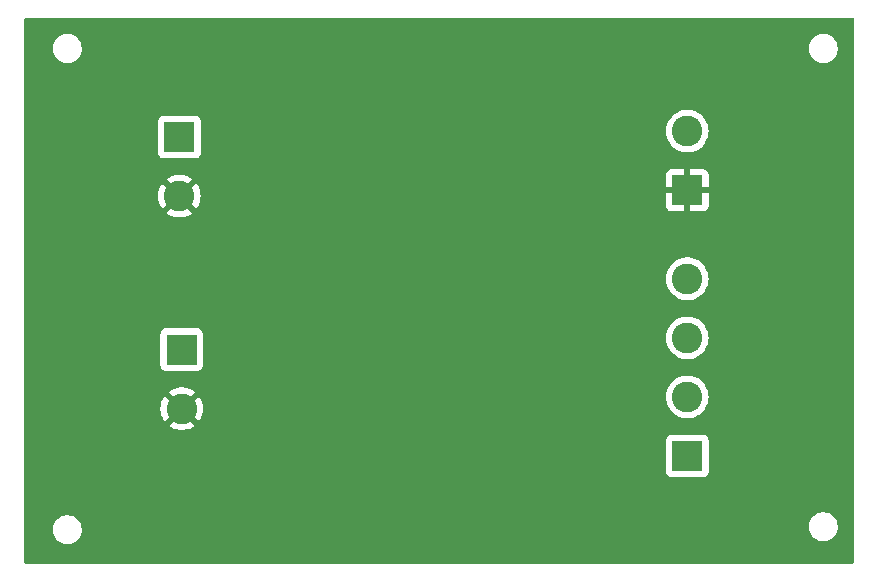
<source format=gbr>
%TF.GenerationSoftware,KiCad,Pcbnew,8.0.6*%
%TF.CreationDate,2025-11-11T21:27:36-08:00*%
%TF.ProjectId,I2S_Dac,4932535f-4461-4632-9e6b-696361645f70,rev?*%
%TF.SameCoordinates,Original*%
%TF.FileFunction,Copper,L2,Bot*%
%TF.FilePolarity,Positive*%
%FSLAX46Y46*%
G04 Gerber Fmt 4.6, Leading zero omitted, Abs format (unit mm)*
G04 Created by KiCad (PCBNEW 8.0.6) date 2025-11-11 21:27:36*
%MOMM*%
%LPD*%
G01*
G04 APERTURE LIST*
%TA.AperFunction,ComponentPad*%
%ADD10R,2.600000X2.600000*%
%TD*%
%TA.AperFunction,ComponentPad*%
%ADD11C,2.600000*%
%TD*%
%TA.AperFunction,ViaPad*%
%ADD12C,0.600000*%
%TD*%
G04 APERTURE END LIST*
D10*
%TO.P,J1,1,Pin_1*%
%TO.N,/I2SWordClock*%
X147500000Y-90500000D03*
D11*
%TO.P,J1,2,Pin_2*%
%TO.N,/I2SSerialClock*%
X147500000Y-85500000D03*
%TO.P,J1,3,Pin_3*%
%TO.N,/I2SBitClock*%
X147500000Y-80500000D03*
%TO.P,J1,4,Pin_4*%
%TO.N,/I2SDataOut*%
X147500000Y-75500000D03*
%TD*%
D10*
%TO.P,J3,1,Pin_1*%
%TO.N,/RightLineOutput*%
X104695000Y-81500000D03*
D11*
%TO.P,J3,2,Pin_2*%
%TO.N,GND*%
X104695000Y-86500000D03*
%TD*%
D10*
%TO.P,J2,1,Pin_1*%
%TO.N,/LeftLineOutput*%
X104500000Y-63500000D03*
D11*
%TO.P,J2,2,Pin_2*%
%TO.N,GND*%
X104500000Y-68500000D03*
%TD*%
D10*
%TO.P,J4,1,Pin_1*%
%TO.N,GND*%
X147500000Y-68000000D03*
D11*
%TO.P,J4,2,Pin_2*%
%TO.N,/CPVDD*%
X147500000Y-63000000D03*
%TD*%
D12*
%TO.N,GND*%
X141000000Y-74000000D03*
X132000000Y-69000000D03*
X150000000Y-68000000D03*
X116000000Y-78000000D03*
X132246133Y-74725003D03*
X132246133Y-76675002D03*
X124753870Y-75375002D03*
X121574997Y-79925003D03*
X122000000Y-85000000D03*
X121000000Y-65000000D03*
X131000000Y-65000000D03*
X104000000Y-89000000D03*
X104000000Y-71000000D03*
X134000000Y-81000000D03*
%TD*%
%TA.AperFunction,Conductor*%
%TO.N,GND*%
G36*
X161561539Y-53401185D02*
G01*
X161607294Y-53453989D01*
X161618500Y-53505500D01*
X161618500Y-99494500D01*
X161598815Y-99561539D01*
X161546011Y-99607294D01*
X161494500Y-99618500D01*
X91505500Y-99618500D01*
X91438461Y-99598815D01*
X91392706Y-99546011D01*
X91381500Y-99494500D01*
X91381500Y-96648388D01*
X93772500Y-96648388D01*
X93772500Y-96841611D01*
X93802725Y-97032441D01*
X93862429Y-97216194D01*
X93950147Y-97388349D01*
X94063715Y-97544663D01*
X94200336Y-97681284D01*
X94356650Y-97794852D01*
X94528805Y-97882570D01*
X94620681Y-97912422D01*
X94712560Y-97942275D01*
X94800943Y-97956273D01*
X94903389Y-97972500D01*
X94903394Y-97972500D01*
X95096611Y-97972500D01*
X95189123Y-97957846D01*
X95287440Y-97942275D01*
X95471197Y-97882569D01*
X95643350Y-97794852D01*
X95799663Y-97681285D01*
X95936285Y-97544663D01*
X96049852Y-97388350D01*
X96137569Y-97216197D01*
X96197275Y-97032440D01*
X96212846Y-96934123D01*
X96227500Y-96841611D01*
X96227500Y-96648388D01*
X96209916Y-96537373D01*
X96197275Y-96457560D01*
X96179674Y-96403388D01*
X157772500Y-96403388D01*
X157772500Y-96596611D01*
X157802725Y-96787441D01*
X157862429Y-96971194D01*
X157950147Y-97143349D01*
X158063715Y-97299663D01*
X158200336Y-97436284D01*
X158356650Y-97549852D01*
X158528805Y-97637570D01*
X158620681Y-97667422D01*
X158712560Y-97697275D01*
X158800943Y-97711273D01*
X158903389Y-97727500D01*
X158903394Y-97727500D01*
X159096611Y-97727500D01*
X159189123Y-97712846D01*
X159287440Y-97697275D01*
X159471197Y-97637569D01*
X159643350Y-97549852D01*
X159799663Y-97436285D01*
X159936285Y-97299663D01*
X160049852Y-97143350D01*
X160137569Y-96971197D01*
X160197275Y-96787440D01*
X160219299Y-96648388D01*
X160227500Y-96596611D01*
X160227500Y-96403388D01*
X160206975Y-96273803D01*
X160197275Y-96212560D01*
X160137569Y-96028803D01*
X160049852Y-95856650D01*
X159936285Y-95700337D01*
X159799663Y-95563715D01*
X159643349Y-95450147D01*
X159471194Y-95362429D01*
X159287441Y-95302725D01*
X159096611Y-95272500D01*
X159096606Y-95272500D01*
X158903394Y-95272500D01*
X158903389Y-95272500D01*
X158712558Y-95302725D01*
X158528805Y-95362429D01*
X158356650Y-95450147D01*
X158200336Y-95563715D01*
X158063715Y-95700336D01*
X157950147Y-95856650D01*
X157862429Y-96028805D01*
X157802725Y-96212558D01*
X157772500Y-96403388D01*
X96179674Y-96403388D01*
X96137569Y-96273803D01*
X96049852Y-96101650D01*
X95936285Y-95945337D01*
X95799663Y-95808715D01*
X95643350Y-95695148D01*
X95643351Y-95695148D01*
X95643349Y-95695147D01*
X95471194Y-95607429D01*
X95287441Y-95547725D01*
X95096611Y-95517500D01*
X95096606Y-95517500D01*
X94903394Y-95517500D01*
X94903389Y-95517500D01*
X94712558Y-95547725D01*
X94528805Y-95607429D01*
X94356650Y-95695147D01*
X94200336Y-95808715D01*
X94063715Y-95945336D01*
X93950147Y-96101650D01*
X93862429Y-96273805D01*
X93802725Y-96457558D01*
X93772500Y-96648388D01*
X91381500Y-96648388D01*
X91381500Y-89152135D01*
X145699500Y-89152135D01*
X145699500Y-91847870D01*
X145699501Y-91847876D01*
X145705908Y-91907483D01*
X145756202Y-92042328D01*
X145756206Y-92042335D01*
X145842452Y-92157544D01*
X145842455Y-92157547D01*
X145957664Y-92243793D01*
X145957671Y-92243797D01*
X146092517Y-92294091D01*
X146092516Y-92294091D01*
X146099444Y-92294835D01*
X146152127Y-92300500D01*
X148847872Y-92300499D01*
X148907483Y-92294091D01*
X149042331Y-92243796D01*
X149157546Y-92157546D01*
X149243796Y-92042331D01*
X149294091Y-91907483D01*
X149300500Y-91847873D01*
X149300499Y-89152128D01*
X149294091Y-89092517D01*
X149243796Y-88957669D01*
X149243795Y-88957668D01*
X149243793Y-88957664D01*
X149157547Y-88842455D01*
X149157544Y-88842452D01*
X149042335Y-88756206D01*
X149042328Y-88756202D01*
X148907482Y-88705908D01*
X148907483Y-88705908D01*
X148847883Y-88699501D01*
X148847881Y-88699500D01*
X148847873Y-88699500D01*
X148847864Y-88699500D01*
X146152129Y-88699500D01*
X146152123Y-88699501D01*
X146092516Y-88705908D01*
X145957671Y-88756202D01*
X145957664Y-88756206D01*
X145842455Y-88842452D01*
X145842452Y-88842455D01*
X145756206Y-88957664D01*
X145756202Y-88957671D01*
X145705908Y-89092517D01*
X145699501Y-89152116D01*
X145699501Y-89152123D01*
X145699500Y-89152135D01*
X91381500Y-89152135D01*
X91381500Y-86499995D01*
X102889953Y-86499995D01*
X102889953Y-86500004D01*
X102910113Y-86769026D01*
X102910113Y-86769028D01*
X102970142Y-87032033D01*
X102970148Y-87032052D01*
X103068709Y-87283181D01*
X103068708Y-87283181D01*
X103203602Y-87516822D01*
X103257294Y-87584151D01*
X104093957Y-86747487D01*
X104118978Y-86807890D01*
X104190112Y-86914351D01*
X104280649Y-87004888D01*
X104387110Y-87076022D01*
X104447510Y-87101041D01*
X103609848Y-87938702D01*
X103792483Y-88063220D01*
X103792485Y-88063221D01*
X104035539Y-88180269D01*
X104035537Y-88180269D01*
X104293337Y-88259790D01*
X104293343Y-88259792D01*
X104560101Y-88299999D01*
X104560110Y-88300000D01*
X104829890Y-88300000D01*
X104829898Y-88299999D01*
X105096656Y-88259792D01*
X105096662Y-88259790D01*
X105354461Y-88180269D01*
X105597521Y-88063218D01*
X105780150Y-87938702D01*
X104942488Y-87101041D01*
X105002890Y-87076022D01*
X105109351Y-87004888D01*
X105199888Y-86914351D01*
X105271022Y-86807890D01*
X105296041Y-86747489D01*
X106132703Y-87584151D01*
X106132704Y-87584150D01*
X106186393Y-87516828D01*
X106186400Y-87516817D01*
X106321290Y-87283181D01*
X106419851Y-87032052D01*
X106419857Y-87032033D01*
X106479886Y-86769028D01*
X106479886Y-86769026D01*
X106500047Y-86500004D01*
X106500047Y-86499995D01*
X106479886Y-86230973D01*
X106479886Y-86230971D01*
X106419857Y-85967966D01*
X106419851Y-85967947D01*
X106321290Y-85716818D01*
X106321291Y-85716818D01*
X106196107Y-85499995D01*
X145694451Y-85499995D01*
X145694451Y-85500004D01*
X145714616Y-85769101D01*
X145760006Y-85967966D01*
X145774666Y-86032195D01*
X145873257Y-86283398D01*
X146008185Y-86517102D01*
X146144080Y-86687509D01*
X146176442Y-86728089D01*
X146262448Y-86807890D01*
X146374259Y-86911635D01*
X146597226Y-87063651D01*
X146840359Y-87180738D01*
X147098228Y-87260280D01*
X147098229Y-87260280D01*
X147098232Y-87260281D01*
X147365063Y-87300499D01*
X147365068Y-87300499D01*
X147365071Y-87300500D01*
X147365072Y-87300500D01*
X147634928Y-87300500D01*
X147634929Y-87300500D01*
X147634936Y-87300499D01*
X147901767Y-87260281D01*
X147901768Y-87260280D01*
X147901772Y-87260280D01*
X148159641Y-87180738D01*
X148402775Y-87063651D01*
X148625741Y-86911635D01*
X148823561Y-86728085D01*
X148991815Y-86517102D01*
X149126743Y-86283398D01*
X149225334Y-86032195D01*
X149285383Y-85769103D01*
X149305549Y-85500000D01*
X149304288Y-85483177D01*
X149285383Y-85230898D01*
X149285383Y-85230897D01*
X149225334Y-84967805D01*
X149126743Y-84716602D01*
X148991815Y-84482898D01*
X148823561Y-84271915D01*
X148823560Y-84271914D01*
X148823557Y-84271910D01*
X148625741Y-84088365D01*
X148402775Y-83936349D01*
X148402769Y-83936346D01*
X148402768Y-83936345D01*
X148402767Y-83936344D01*
X148159643Y-83819263D01*
X148159645Y-83819263D01*
X147901773Y-83739720D01*
X147901767Y-83739718D01*
X147634936Y-83699500D01*
X147634929Y-83699500D01*
X147365071Y-83699500D01*
X147365063Y-83699500D01*
X147098232Y-83739718D01*
X147098226Y-83739720D01*
X146840358Y-83819262D01*
X146597230Y-83936346D01*
X146374258Y-84088365D01*
X146176442Y-84271910D01*
X146008185Y-84482898D01*
X145873258Y-84716599D01*
X145873256Y-84716603D01*
X145774666Y-84967804D01*
X145774664Y-84967811D01*
X145714616Y-85230898D01*
X145694451Y-85499995D01*
X106196107Y-85499995D01*
X106186397Y-85483177D01*
X106132704Y-85415847D01*
X105296041Y-86252510D01*
X105271022Y-86192110D01*
X105199888Y-86085649D01*
X105109351Y-85995112D01*
X105002890Y-85923978D01*
X104942488Y-85898958D01*
X105780150Y-85061296D01*
X105597517Y-84936779D01*
X105597516Y-84936778D01*
X105354460Y-84819730D01*
X105354462Y-84819730D01*
X105096662Y-84740209D01*
X105096656Y-84740207D01*
X104829898Y-84700000D01*
X104560101Y-84700000D01*
X104293343Y-84740207D01*
X104293337Y-84740209D01*
X104035538Y-84819730D01*
X103792485Y-84936778D01*
X103792476Y-84936783D01*
X103609848Y-85061296D01*
X104447511Y-85898958D01*
X104387110Y-85923978D01*
X104280649Y-85995112D01*
X104190112Y-86085649D01*
X104118978Y-86192110D01*
X104093958Y-86252511D01*
X103257295Y-85415848D01*
X103203600Y-85483180D01*
X103068709Y-85716818D01*
X102970148Y-85967947D01*
X102970142Y-85967966D01*
X102910113Y-86230971D01*
X102910113Y-86230973D01*
X102889953Y-86499995D01*
X91381500Y-86499995D01*
X91381500Y-80152135D01*
X102894500Y-80152135D01*
X102894500Y-82847870D01*
X102894501Y-82847876D01*
X102900908Y-82907483D01*
X102951202Y-83042328D01*
X102951206Y-83042335D01*
X103037452Y-83157544D01*
X103037455Y-83157547D01*
X103152664Y-83243793D01*
X103152671Y-83243797D01*
X103287517Y-83294091D01*
X103287516Y-83294091D01*
X103294444Y-83294835D01*
X103347127Y-83300500D01*
X106042872Y-83300499D01*
X106102483Y-83294091D01*
X106237331Y-83243796D01*
X106352546Y-83157546D01*
X106438796Y-83042331D01*
X106489091Y-82907483D01*
X106495500Y-82847873D01*
X106495499Y-80499995D01*
X145694451Y-80499995D01*
X145694451Y-80500004D01*
X145714616Y-80769101D01*
X145774664Y-81032188D01*
X145774666Y-81032195D01*
X145873257Y-81283398D01*
X146008185Y-81517102D01*
X146144080Y-81687509D01*
X146176442Y-81728089D01*
X146363183Y-81901358D01*
X146374259Y-81911635D01*
X146597226Y-82063651D01*
X146840359Y-82180738D01*
X147098228Y-82260280D01*
X147098229Y-82260280D01*
X147098232Y-82260281D01*
X147365063Y-82300499D01*
X147365068Y-82300499D01*
X147365071Y-82300500D01*
X147365072Y-82300500D01*
X147634928Y-82300500D01*
X147634929Y-82300500D01*
X147634936Y-82300499D01*
X147901767Y-82260281D01*
X147901768Y-82260280D01*
X147901772Y-82260280D01*
X148159641Y-82180738D01*
X148402775Y-82063651D01*
X148625741Y-81911635D01*
X148823561Y-81728085D01*
X148991815Y-81517102D01*
X149126743Y-81283398D01*
X149225334Y-81032195D01*
X149285383Y-80769103D01*
X149305549Y-80500000D01*
X149285383Y-80230897D01*
X149225334Y-79967805D01*
X149126743Y-79716602D01*
X148991815Y-79482898D01*
X148823561Y-79271915D01*
X148823560Y-79271914D01*
X148823557Y-79271910D01*
X148625741Y-79088365D01*
X148402775Y-78936349D01*
X148402769Y-78936346D01*
X148402768Y-78936345D01*
X148402767Y-78936344D01*
X148159643Y-78819263D01*
X148159645Y-78819263D01*
X147901773Y-78739720D01*
X147901767Y-78739718D01*
X147634936Y-78699500D01*
X147634929Y-78699500D01*
X147365071Y-78699500D01*
X147365063Y-78699500D01*
X147098232Y-78739718D01*
X147098226Y-78739720D01*
X146840358Y-78819262D01*
X146597230Y-78936346D01*
X146374258Y-79088365D01*
X146176442Y-79271910D01*
X146008185Y-79482898D01*
X145873258Y-79716599D01*
X145873256Y-79716603D01*
X145774666Y-79967804D01*
X145774664Y-79967811D01*
X145714616Y-80230898D01*
X145694451Y-80499995D01*
X106495499Y-80499995D01*
X106495499Y-80152128D01*
X106489091Y-80092517D01*
X106442576Y-79967805D01*
X106438797Y-79957671D01*
X106438793Y-79957664D01*
X106352547Y-79842455D01*
X106352544Y-79842452D01*
X106237335Y-79756206D01*
X106237328Y-79756202D01*
X106102482Y-79705908D01*
X106102483Y-79705908D01*
X106042883Y-79699501D01*
X106042881Y-79699500D01*
X106042873Y-79699500D01*
X106042864Y-79699500D01*
X103347129Y-79699500D01*
X103347123Y-79699501D01*
X103287516Y-79705908D01*
X103152671Y-79756202D01*
X103152664Y-79756206D01*
X103037455Y-79842452D01*
X103037452Y-79842455D01*
X102951206Y-79957664D01*
X102951202Y-79957671D01*
X102900908Y-80092517D01*
X102894501Y-80152116D01*
X102894501Y-80152123D01*
X102894500Y-80152135D01*
X91381500Y-80152135D01*
X91381500Y-75499995D01*
X145694451Y-75499995D01*
X145694451Y-75500004D01*
X145714616Y-75769101D01*
X145774664Y-76032188D01*
X145774666Y-76032195D01*
X145873257Y-76283398D01*
X146008185Y-76517102D01*
X146144080Y-76687509D01*
X146176442Y-76728089D01*
X146363183Y-76901358D01*
X146374259Y-76911635D01*
X146597226Y-77063651D01*
X146840359Y-77180738D01*
X147098228Y-77260280D01*
X147098229Y-77260280D01*
X147098232Y-77260281D01*
X147365063Y-77300499D01*
X147365068Y-77300499D01*
X147365071Y-77300500D01*
X147365072Y-77300500D01*
X147634928Y-77300500D01*
X147634929Y-77300500D01*
X147634936Y-77300499D01*
X147901767Y-77260281D01*
X147901768Y-77260280D01*
X147901772Y-77260280D01*
X148159641Y-77180738D01*
X148402775Y-77063651D01*
X148625741Y-76911635D01*
X148823561Y-76728085D01*
X148991815Y-76517102D01*
X149126743Y-76283398D01*
X149225334Y-76032195D01*
X149285383Y-75769103D01*
X149305549Y-75500000D01*
X149285383Y-75230897D01*
X149225334Y-74967805D01*
X149126743Y-74716602D01*
X148991815Y-74482898D01*
X148823561Y-74271915D01*
X148823560Y-74271914D01*
X148823557Y-74271910D01*
X148625741Y-74088365D01*
X148402775Y-73936349D01*
X148402769Y-73936346D01*
X148402768Y-73936345D01*
X148402767Y-73936344D01*
X148159643Y-73819263D01*
X148159645Y-73819263D01*
X147901773Y-73739720D01*
X147901767Y-73739718D01*
X147634936Y-73699500D01*
X147634929Y-73699500D01*
X147365071Y-73699500D01*
X147365063Y-73699500D01*
X147098232Y-73739718D01*
X147098226Y-73739720D01*
X146840358Y-73819262D01*
X146597230Y-73936346D01*
X146374258Y-74088365D01*
X146176442Y-74271910D01*
X146008185Y-74482898D01*
X145873258Y-74716599D01*
X145873256Y-74716603D01*
X145774666Y-74967804D01*
X145774664Y-74967811D01*
X145714616Y-75230898D01*
X145694451Y-75499995D01*
X91381500Y-75499995D01*
X91381500Y-68499995D01*
X102694953Y-68499995D01*
X102694953Y-68500004D01*
X102715113Y-68769026D01*
X102715113Y-68769028D01*
X102775142Y-69032033D01*
X102775148Y-69032052D01*
X102873709Y-69283181D01*
X102873708Y-69283181D01*
X103008602Y-69516822D01*
X103062294Y-69584151D01*
X103898957Y-68747487D01*
X103923978Y-68807890D01*
X103995112Y-68914351D01*
X104085649Y-69004888D01*
X104192110Y-69076022D01*
X104252510Y-69101041D01*
X103414848Y-69938702D01*
X103597483Y-70063220D01*
X103597485Y-70063221D01*
X103840539Y-70180269D01*
X103840537Y-70180269D01*
X104098337Y-70259790D01*
X104098343Y-70259792D01*
X104365101Y-70299999D01*
X104365110Y-70300000D01*
X104634890Y-70300000D01*
X104634898Y-70299999D01*
X104901656Y-70259792D01*
X104901662Y-70259790D01*
X105159461Y-70180269D01*
X105402521Y-70063218D01*
X105585150Y-69938702D01*
X104747488Y-69101041D01*
X104807890Y-69076022D01*
X104914351Y-69004888D01*
X105004888Y-68914351D01*
X105076022Y-68807890D01*
X105101041Y-68747488D01*
X105937703Y-69584151D01*
X105937704Y-69584150D01*
X105991393Y-69516828D01*
X105991400Y-69516817D01*
X106126290Y-69283181D01*
X106224851Y-69032052D01*
X106224857Y-69032033D01*
X106284886Y-68769028D01*
X106284886Y-68769026D01*
X106305047Y-68500004D01*
X106305047Y-68499995D01*
X106284886Y-68230973D01*
X106284886Y-68230971D01*
X106224857Y-67967966D01*
X106224851Y-67967947D01*
X106126290Y-67716818D01*
X106126291Y-67716818D01*
X105991397Y-67483177D01*
X105937704Y-67415847D01*
X105101041Y-68252510D01*
X105076022Y-68192110D01*
X105004888Y-68085649D01*
X104914351Y-67995112D01*
X104807890Y-67923978D01*
X104747488Y-67898958D01*
X105585150Y-67061296D01*
X105402517Y-66936779D01*
X105402516Y-66936778D01*
X105159460Y-66819730D01*
X105159462Y-66819730D01*
X104901662Y-66740209D01*
X104901656Y-66740207D01*
X104634898Y-66700000D01*
X104365101Y-66700000D01*
X104098343Y-66740207D01*
X104098337Y-66740209D01*
X103840538Y-66819730D01*
X103597485Y-66936778D01*
X103597476Y-66936783D01*
X103414848Y-67061296D01*
X104252511Y-67898958D01*
X104192110Y-67923978D01*
X104085649Y-67995112D01*
X103995112Y-68085649D01*
X103923978Y-68192110D01*
X103898958Y-68252511D01*
X103062295Y-67415848D01*
X103008600Y-67483180D01*
X102873709Y-67716818D01*
X102775148Y-67967947D01*
X102775142Y-67967966D01*
X102715113Y-68230971D01*
X102715113Y-68230973D01*
X102694953Y-68499995D01*
X91381500Y-68499995D01*
X91381500Y-66652155D01*
X145700000Y-66652155D01*
X145700000Y-67750000D01*
X146899999Y-67750000D01*
X146874979Y-67810402D01*
X146850000Y-67935981D01*
X146850000Y-68064019D01*
X146874979Y-68189598D01*
X146899999Y-68250000D01*
X145700000Y-68250000D01*
X145700000Y-69347844D01*
X145706401Y-69407372D01*
X145706403Y-69407379D01*
X145756645Y-69542086D01*
X145756649Y-69542093D01*
X145842809Y-69657187D01*
X145842812Y-69657190D01*
X145957906Y-69743350D01*
X145957913Y-69743354D01*
X146092620Y-69793596D01*
X146092627Y-69793598D01*
X146152155Y-69799999D01*
X146152172Y-69800000D01*
X147250000Y-69800000D01*
X147250000Y-68600001D01*
X147310402Y-68625021D01*
X147435981Y-68650000D01*
X147564019Y-68650000D01*
X147689598Y-68625021D01*
X147750000Y-68600001D01*
X147750000Y-69800000D01*
X148847828Y-69800000D01*
X148847844Y-69799999D01*
X148907372Y-69793598D01*
X148907379Y-69793596D01*
X149042086Y-69743354D01*
X149042093Y-69743350D01*
X149157187Y-69657190D01*
X149157190Y-69657187D01*
X149243350Y-69542093D01*
X149243354Y-69542086D01*
X149293596Y-69407379D01*
X149293598Y-69407372D01*
X149299999Y-69347844D01*
X149300000Y-69347827D01*
X149300000Y-68250000D01*
X148100001Y-68250000D01*
X148125021Y-68189598D01*
X148150000Y-68064019D01*
X148150000Y-67935981D01*
X148125021Y-67810402D01*
X148100001Y-67750000D01*
X149300000Y-67750000D01*
X149300000Y-66652172D01*
X149299999Y-66652155D01*
X149293598Y-66592627D01*
X149293596Y-66592620D01*
X149243354Y-66457913D01*
X149243350Y-66457906D01*
X149157190Y-66342812D01*
X149157187Y-66342809D01*
X149042093Y-66256649D01*
X149042086Y-66256645D01*
X148907379Y-66206403D01*
X148907372Y-66206401D01*
X148847844Y-66200000D01*
X147750000Y-66200000D01*
X147750000Y-67399998D01*
X147689598Y-67374979D01*
X147564019Y-67350000D01*
X147435981Y-67350000D01*
X147310402Y-67374979D01*
X147250000Y-67399998D01*
X147250000Y-66200000D01*
X146152155Y-66200000D01*
X146092627Y-66206401D01*
X146092620Y-66206403D01*
X145957913Y-66256645D01*
X145957906Y-66256649D01*
X145842812Y-66342809D01*
X145842809Y-66342812D01*
X145756649Y-66457906D01*
X145756645Y-66457913D01*
X145706403Y-66592620D01*
X145706401Y-66592627D01*
X145700000Y-66652155D01*
X91381500Y-66652155D01*
X91381500Y-62152135D01*
X102699500Y-62152135D01*
X102699500Y-64847870D01*
X102699501Y-64847876D01*
X102705908Y-64907483D01*
X102756202Y-65042328D01*
X102756206Y-65042335D01*
X102842452Y-65157544D01*
X102842455Y-65157547D01*
X102957664Y-65243793D01*
X102957671Y-65243797D01*
X103092517Y-65294091D01*
X103092516Y-65294091D01*
X103099444Y-65294835D01*
X103152127Y-65300500D01*
X105847872Y-65300499D01*
X105907483Y-65294091D01*
X106042331Y-65243796D01*
X106157546Y-65157546D01*
X106243796Y-65042331D01*
X106294091Y-64907483D01*
X106300500Y-64847873D01*
X106300499Y-62999995D01*
X145694451Y-62999995D01*
X145694451Y-63000004D01*
X145714616Y-63269101D01*
X145774664Y-63532188D01*
X145774666Y-63532195D01*
X145873257Y-63783398D01*
X146008185Y-64017102D01*
X146144080Y-64187509D01*
X146176442Y-64228089D01*
X146363183Y-64401358D01*
X146374259Y-64411635D01*
X146597226Y-64563651D01*
X146840359Y-64680738D01*
X147098228Y-64760280D01*
X147098229Y-64760280D01*
X147098232Y-64760281D01*
X147365063Y-64800499D01*
X147365068Y-64800499D01*
X147365071Y-64800500D01*
X147365072Y-64800500D01*
X147634928Y-64800500D01*
X147634929Y-64800500D01*
X147634936Y-64800499D01*
X147901767Y-64760281D01*
X147901768Y-64760280D01*
X147901772Y-64760280D01*
X148159641Y-64680738D01*
X148402775Y-64563651D01*
X148625741Y-64411635D01*
X148823561Y-64228085D01*
X148991815Y-64017102D01*
X149126743Y-63783398D01*
X149225334Y-63532195D01*
X149285383Y-63269103D01*
X149305549Y-63000000D01*
X149285383Y-62730897D01*
X149225334Y-62467805D01*
X149126743Y-62216602D01*
X148991815Y-61982898D01*
X148823561Y-61771915D01*
X148823560Y-61771914D01*
X148823557Y-61771910D01*
X148625741Y-61588365D01*
X148402775Y-61436349D01*
X148402769Y-61436346D01*
X148402768Y-61436345D01*
X148402767Y-61436344D01*
X148159643Y-61319263D01*
X148159645Y-61319263D01*
X147901773Y-61239720D01*
X147901767Y-61239718D01*
X147634936Y-61199500D01*
X147634929Y-61199500D01*
X147365071Y-61199500D01*
X147365063Y-61199500D01*
X147098232Y-61239718D01*
X147098226Y-61239720D01*
X146840358Y-61319262D01*
X146597230Y-61436346D01*
X146374258Y-61588365D01*
X146176442Y-61771910D01*
X146008185Y-61982898D01*
X145873258Y-62216599D01*
X145873256Y-62216603D01*
X145774666Y-62467804D01*
X145774664Y-62467811D01*
X145714616Y-62730898D01*
X145694451Y-62999995D01*
X106300499Y-62999995D01*
X106300499Y-62152128D01*
X106294091Y-62092517D01*
X106243796Y-61957669D01*
X106243795Y-61957668D01*
X106243793Y-61957664D01*
X106157547Y-61842455D01*
X106157544Y-61842452D01*
X106042335Y-61756206D01*
X106042328Y-61756202D01*
X105907482Y-61705908D01*
X105907483Y-61705908D01*
X105847883Y-61699501D01*
X105847881Y-61699500D01*
X105847873Y-61699500D01*
X105847864Y-61699500D01*
X103152129Y-61699500D01*
X103152123Y-61699501D01*
X103092516Y-61705908D01*
X102957671Y-61756202D01*
X102957664Y-61756206D01*
X102842455Y-61842452D01*
X102842452Y-61842455D01*
X102756206Y-61957664D01*
X102756202Y-61957671D01*
X102705908Y-62092517D01*
X102699501Y-62152116D01*
X102699501Y-62152123D01*
X102699500Y-62152135D01*
X91381500Y-62152135D01*
X91381500Y-55903388D01*
X93772500Y-55903388D01*
X93772500Y-56096611D01*
X93802725Y-56287441D01*
X93862429Y-56471194D01*
X93950147Y-56643349D01*
X94063715Y-56799663D01*
X94200336Y-56936284D01*
X94356650Y-57049852D01*
X94528805Y-57137570D01*
X94620681Y-57167422D01*
X94712560Y-57197275D01*
X94800943Y-57211273D01*
X94903389Y-57227500D01*
X94903394Y-57227500D01*
X95096611Y-57227500D01*
X95189123Y-57212846D01*
X95287440Y-57197275D01*
X95471197Y-57137569D01*
X95643350Y-57049852D01*
X95799663Y-56936285D01*
X95936285Y-56799663D01*
X96049852Y-56643350D01*
X96137569Y-56471197D01*
X96197275Y-56287440D01*
X96212846Y-56189123D01*
X96227500Y-56096611D01*
X96227500Y-55903388D01*
X157772500Y-55903388D01*
X157772500Y-56096611D01*
X157802725Y-56287441D01*
X157862429Y-56471194D01*
X157950147Y-56643349D01*
X158063715Y-56799663D01*
X158200336Y-56936284D01*
X158356650Y-57049852D01*
X158528805Y-57137570D01*
X158620681Y-57167422D01*
X158712560Y-57197275D01*
X158800943Y-57211273D01*
X158903389Y-57227500D01*
X158903394Y-57227500D01*
X159096611Y-57227500D01*
X159189123Y-57212846D01*
X159287440Y-57197275D01*
X159471197Y-57137569D01*
X159643350Y-57049852D01*
X159799663Y-56936285D01*
X159936285Y-56799663D01*
X160049852Y-56643350D01*
X160137569Y-56471197D01*
X160197275Y-56287440D01*
X160212846Y-56189123D01*
X160227500Y-56096611D01*
X160227500Y-55903388D01*
X160209916Y-55792373D01*
X160197275Y-55712560D01*
X160137569Y-55528803D01*
X160049852Y-55356650D01*
X159936285Y-55200337D01*
X159799663Y-55063715D01*
X159643350Y-54950148D01*
X159643351Y-54950148D01*
X159643349Y-54950147D01*
X159471194Y-54862429D01*
X159287441Y-54802725D01*
X159096611Y-54772500D01*
X159096606Y-54772500D01*
X158903394Y-54772500D01*
X158903389Y-54772500D01*
X158712558Y-54802725D01*
X158528805Y-54862429D01*
X158356650Y-54950147D01*
X158200336Y-55063715D01*
X158063715Y-55200336D01*
X157950147Y-55356650D01*
X157862429Y-55528805D01*
X157802725Y-55712558D01*
X157772500Y-55903388D01*
X96227500Y-55903388D01*
X96209916Y-55792373D01*
X96197275Y-55712560D01*
X96137569Y-55528803D01*
X96049852Y-55356650D01*
X95936285Y-55200337D01*
X95799663Y-55063715D01*
X95643350Y-54950148D01*
X95643351Y-54950148D01*
X95643349Y-54950147D01*
X95471194Y-54862429D01*
X95287441Y-54802725D01*
X95096611Y-54772500D01*
X95096606Y-54772500D01*
X94903394Y-54772500D01*
X94903389Y-54772500D01*
X94712558Y-54802725D01*
X94528805Y-54862429D01*
X94356650Y-54950147D01*
X94200336Y-55063715D01*
X94063715Y-55200336D01*
X93950147Y-55356650D01*
X93862429Y-55528805D01*
X93802725Y-55712558D01*
X93772500Y-55903388D01*
X91381500Y-55903388D01*
X91381500Y-53505500D01*
X91401185Y-53438461D01*
X91453989Y-53392706D01*
X91505500Y-53381500D01*
X161494500Y-53381500D01*
X161561539Y-53401185D01*
G37*
%TD.AperFunction*%
%TD*%
M02*

</source>
